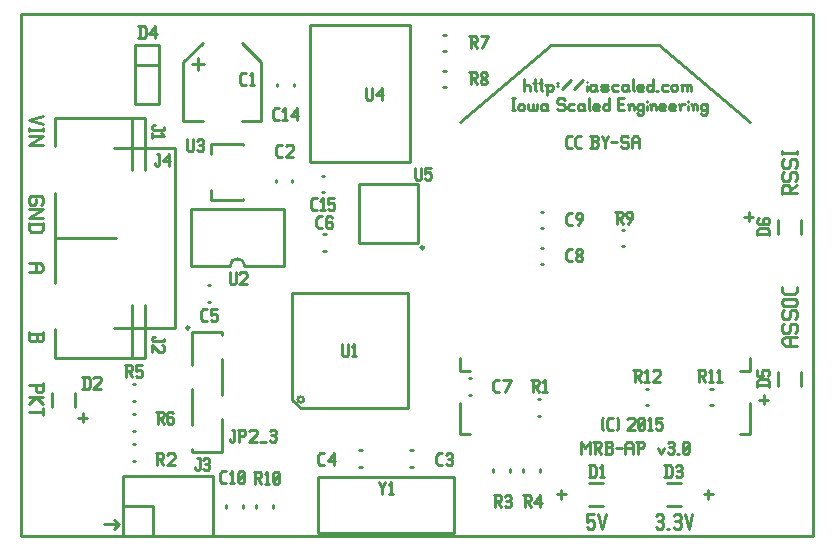
<source format=gbr>
G04 start of page 8 for group -4079 idx -4079 *
G04 Title: (unknown), topsilk *
G04 Creator: pcb 20110918 *
G04 CreationDate: Mon 23 Feb 2015 09:14:10 PM GMT UTC *
G04 For: railfan *
G04 Format: Gerber/RS-274X *
G04 PCB-Dimensions: 265000 175000 *
G04 PCB-Coordinate-Origin: lower left *
%MOIN*%
%FSLAX25Y25*%
%LNTOPSILK*%
%ADD95C,0.0100*%
G54D95*X500Y500D02*X264500D01*
X180500Y16000D02*Y13000D01*
X179000Y14500D02*X182000D01*
X33000Y4500D02*X31500Y6000D01*
X33000Y4500D02*X31500Y3000D01*
X33000Y4500D02*X28000D01*
X21000Y41500D02*Y38500D01*
X19500Y40000D02*X22500D01*
X500Y174500D02*Y500D01*
X264500D02*Y174500D01*
X229500Y16000D02*Y13000D01*
X228000Y14500D02*X231000D01*
X243000Y108500D02*Y105500D01*
X264500Y174500D02*X500D01*
X241500Y107000D02*X244500D01*
X248000Y47500D02*Y44500D01*
X246500Y46000D02*X249500D01*
X254200Y116900D02*Y114500D01*
Y116900D02*X254800Y117500D01*
X256000D01*
X256600Y116900D02*X256000Y117500D01*
X256600Y116900D02*Y115100D01*
X254200D02*X259000D01*
X256600Y116060D02*X259000Y117500D01*
X254200Y121340D02*X254800Y121940D01*
X254200Y121340D02*Y119540D01*
X254800Y118940D02*X254200Y119540D01*
X254800Y118940D02*X256000D01*
X256600Y119540D01*
Y121340D02*Y119540D01*
Y121340D02*X257200Y121940D01*
X258400D01*
X259000Y121340D02*X258400Y121940D01*
X259000Y121340D02*Y119540D01*
X258400Y118940D02*X259000Y119540D01*
X254200Y125780D02*X254800Y126380D01*
X254200Y125780D02*Y123980D01*
X254800Y123380D02*X254200Y123980D01*
X254800Y123380D02*X256000D01*
X256600Y123980D01*
Y125780D02*Y123980D01*
Y125780D02*X257200Y126380D01*
X258400D01*
X259000Y125780D02*X258400Y126380D01*
X259000Y125780D02*Y123980D01*
X258400Y123380D02*X259000Y123980D01*
X254200Y129020D02*Y127820D01*
Y128420D02*X259000D01*
Y129020D02*Y127820D01*
X164000Y146500D02*X165000D01*
X164500D02*Y142500D01*
X164000D02*X165000D01*
X166200Y144000D02*Y143000D01*
Y144000D02*X166700Y144500D01*
X167700D01*
X168200Y144000D01*
Y143000D01*
X167700Y142500D02*X168200Y143000D01*
X166700Y142500D02*X167700D01*
X166200Y143000D02*X166700Y142500D01*
X169400Y144500D02*Y143000D01*
X169900Y142500D01*
X170400D01*
X170900Y143000D01*
Y144500D02*Y143000D01*
X171400Y142500D01*
X171900D01*
X172400Y143000D01*
Y144500D02*Y143000D01*
X175100Y144500D02*X175600Y144000D01*
X174100Y144500D02*X175100D01*
X173600Y144000D02*X174100Y144500D01*
X173600Y144000D02*Y143000D01*
X174100Y142500D01*
X175600Y144500D02*Y143000D01*
X176100Y142500D01*
X174100D02*X175100D01*
X175600Y143000D01*
X181100Y146500D02*X181600Y146000D01*
X179600Y146500D02*X181100D01*
X179100Y146000D02*X179600Y146500D01*
X179100Y146000D02*Y145000D01*
X179600Y144500D01*
X181100D01*
X181600Y144000D01*
Y143000D01*
X181100Y142500D02*X181600Y143000D01*
X179600Y142500D02*X181100D01*
X179100Y143000D02*X179600Y142500D01*
X183300Y144500D02*X184800D01*
X182800Y144000D02*X183300Y144500D01*
X182800Y144000D02*Y143000D01*
X183300Y142500D01*
X184800D01*
X187500Y144500D02*X188000Y144000D01*
X186500Y144500D02*X187500D01*
X186000Y144000D02*X186500Y144500D01*
X186000Y144000D02*Y143000D01*
X186500Y142500D01*
X188000Y144500D02*Y143000D01*
X188500Y142500D01*
X186500D02*X187500D01*
X188000Y143000D01*
X189700Y146500D02*Y143000D01*
X190200Y142500D01*
X191700D02*X193200D01*
X191200Y143000D02*X191700Y142500D01*
X191200Y144000D02*Y143000D01*
Y144000D02*X191700Y144500D01*
X192700D01*
X193200Y144000D01*
X191200Y143500D02*X193200D01*
Y144000D02*Y143500D01*
X196400Y146500D02*Y142500D01*
X195900D02*X196400Y143000D01*
X194900Y142500D02*X195900D01*
X194400Y143000D02*X194900Y142500D01*
X194400Y144000D02*Y143000D01*
Y144000D02*X194900Y144500D01*
X195900D01*
X196400Y144000D01*
X199400Y144700D02*X200900D01*
X199400Y142500D02*X201400D01*
X199400Y146500D02*Y142500D01*
Y146500D02*X201400D01*
X203100Y144000D02*Y142500D01*
Y144000D02*X203600Y144500D01*
X204100D01*
X204600Y144000D01*
Y142500D01*
X202600Y144500D02*X203100Y144000D01*
X207300Y144500D02*X207800Y144000D01*
X206300Y144500D02*X207300D01*
X205800Y144000D02*X206300Y144500D01*
X205800Y144000D02*Y143000D01*
X206300Y142500D01*
X207300D01*
X207800Y143000D01*
X205800Y141500D02*X206300Y141000D01*
X207300D01*
X207800Y141500D01*
Y144500D02*Y141500D01*
X209000Y145500D02*Y145400D01*
Y144000D02*Y142500D01*
X210500Y144000D02*Y142500D01*
Y144000D02*X211000Y144500D01*
X211500D01*
X212000Y144000D01*
Y142500D01*
X210000Y144500D02*X210500Y144000D01*
X213700Y142500D02*X215200D01*
X213200Y143000D02*X213700Y142500D01*
X213200Y144000D02*Y143000D01*
Y144000D02*X213700Y144500D01*
X214700D01*
X215200Y144000D01*
X213200Y143500D02*X215200D01*
Y144000D02*Y143500D01*
X216900Y142500D02*X218400D01*
X216400Y143000D02*X216900Y142500D01*
X216400Y144000D02*Y143000D01*
Y144000D02*X216900Y144500D01*
X217900D01*
X218400Y144000D01*
X216400Y143500D02*X218400D01*
Y144000D02*Y143500D01*
X220100Y144000D02*Y142500D01*
Y144000D02*X220600Y144500D01*
X221600D01*
X219600D02*X220100Y144000D01*
X222800Y145500D02*Y145400D01*
Y144000D02*Y142500D01*
X224300Y144000D02*Y142500D01*
Y144000D02*X224800Y144500D01*
X225300D01*
X225800Y144000D01*
Y142500D01*
X223800Y144500D02*X224300Y144000D01*
X228500Y144500D02*X229000Y144000D01*
X227500Y144500D02*X228500D01*
X227000Y144000D02*X227500Y144500D01*
X227000Y144000D02*Y143000D01*
X227500Y142500D01*
X228500D01*
X229000Y143000D01*
X227000Y141500D02*X227500Y141000D01*
X228500D01*
X229000Y141500D01*
Y144500D02*Y141500D01*
X182700Y130000D02*X184000D01*
X182000Y130700D02*X182700Y130000D01*
X182000Y133300D02*Y130700D01*
Y133300D02*X182700Y134000D01*
X184000D01*
X185900Y130000D02*X187200D01*
X185200Y130700D02*X185900Y130000D01*
X185200Y133300D02*Y130700D01*
Y133300D02*X185900Y134000D01*
X187200D01*
X190200Y130000D02*X192200D01*
X192700Y130500D01*
Y131700D02*Y130500D01*
X192200Y132200D02*X192700Y131700D01*
X190700Y132200D02*X192200D01*
X190700Y134000D02*Y130000D01*
X190200Y134000D02*X192200D01*
X192700Y133500D01*
Y132700D01*
X192200Y132200D02*X192700Y132700D01*
X193900Y134000D02*X194900Y132000D01*
X195900Y134000D01*
X194900Y132000D02*Y130000D01*
X197100Y132000D02*X199100D01*
X202300Y134000D02*X202800Y133500D01*
X200800Y134000D02*X202300D01*
X200300Y133500D02*X200800Y134000D01*
X200300Y133500D02*Y132500D01*
X200800Y132000D01*
X202300D01*
X202800Y131500D01*
Y130500D01*
X202300Y130000D02*X202800Y130500D01*
X200800Y130000D02*X202300D01*
X200300Y130500D02*X200800Y130000D01*
X204000Y133000D02*Y130000D01*
Y133000D02*X204700Y134000D01*
X205800D01*
X206500Y133000D01*
Y130000D01*
X204000Y132000D02*X206500D01*
X3000Y50900D02*X7800D01*
Y51500D02*Y49100D01*
X7200Y48500D01*
X6000D02*X7200D01*
X5400Y49100D02*X6000Y48500D01*
X5400Y50900D02*Y49100D01*
X3000Y47060D02*X7800D01*
X5400D02*X7800Y44660D01*
X5400Y47060D02*X3000Y44660D01*
X7800Y43220D02*Y40820D01*
X3000Y42020D02*X7800D01*
X3000Y68500D02*Y66100D01*
X3600Y65500D01*
X5040D01*
X5640Y66100D02*X5040Y65500D01*
X5640Y67900D02*Y66100D01*
X3000Y67900D02*X7800D01*
Y68500D02*Y66100D01*
X7200Y65500D01*
X6240D02*X7200D01*
X5640Y66100D02*X6240Y65500D01*
X255400Y64000D02*X259000D01*
X255400D02*X254200Y64840D01*
Y66160D02*Y64840D01*
Y66160D02*X255400Y67000D01*
X259000D01*
X256600D02*Y64000D01*
X254200Y70840D02*X254800Y71440D01*
X254200Y70840D02*Y69040D01*
X254800Y68440D02*X254200Y69040D01*
X254800Y68440D02*X256000D01*
X256600Y69040D01*
Y70840D02*Y69040D01*
Y70840D02*X257200Y71440D01*
X258400D01*
X259000Y70840D02*X258400Y71440D01*
X259000Y70840D02*Y69040D01*
X258400Y68440D02*X259000Y69040D01*
X254200Y75280D02*X254800Y75880D01*
X254200Y75280D02*Y73480D01*
X254800Y72880D02*X254200Y73480D01*
X254800Y72880D02*X256000D01*
X256600Y73480D01*
Y75280D02*Y73480D01*
Y75280D02*X257200Y75880D01*
X258400D01*
X259000Y75280D02*X258400Y75880D01*
X259000Y75280D02*Y73480D01*
X258400Y72880D02*X259000Y73480D01*
X254800Y77320D02*X258400D01*
X254800D02*X254200Y77920D01*
Y79120D02*Y77920D01*
Y79120D02*X254800Y79720D01*
X258400D01*
X259000Y79120D02*X258400Y79720D01*
X259000Y79120D02*Y77920D01*
X258400Y77320D02*X259000Y77920D01*
Y83560D02*Y82000D01*
X258160Y81160D02*X259000Y82000D01*
X255040Y81160D02*X258160D01*
X255040D02*X254200Y82000D01*
Y83560D02*Y82000D01*
X189000Y7800D02*X191400D01*
X189000D02*Y5400D01*
X189600Y6000D01*
X190800D01*
X191400Y5400D01*
Y3600D01*
X190800Y3000D02*X191400Y3600D01*
X189600Y3000D02*X190800D01*
X189000Y3600D02*X189600Y3000D01*
X192840Y7800D02*X194040Y3000D01*
X195240Y7800D01*
X212000Y7200D02*X212600Y7800D01*
X213800D01*
X214400Y7200D01*
X213800Y3000D02*X214400Y3600D01*
X212600Y3000D02*X213800D01*
X212000Y3600D02*X212600Y3000D01*
Y5640D02*X213800D01*
X214400Y7200D02*Y6240D01*
Y5040D02*Y3600D01*
Y5040D02*X213800Y5640D01*
X214400Y6240D02*X213800Y5640D01*
X215840Y3000D02*X216440D01*
X217880Y7200D02*X218480Y7800D01*
X219680D01*
X220280Y7200D01*
X219680Y3000D02*X220280Y3600D01*
X218480Y3000D02*X219680D01*
X217880Y3600D02*X218480Y3000D01*
Y5640D02*X219680D01*
X220280Y7200D02*Y6240D01*
Y5040D02*Y3600D01*
Y5040D02*X219680Y5640D01*
X220280Y6240D02*X219680Y5640D01*
X221720Y7800D02*X222920Y3000D01*
X224120Y7800D01*
X187000Y32000D02*Y28000D01*
Y32000D02*X188500Y30000D01*
X190000Y32000D01*
Y28000D01*
X191200Y32000D02*X193200D01*
X193700Y31500D01*
Y30500D01*
X193200Y30000D02*X193700Y30500D01*
X191700Y30000D02*X193200D01*
X191700Y32000D02*Y28000D01*
X192500Y30000D02*X193700Y28000D01*
X194900D02*X196900D01*
X197400Y28500D01*
Y29700D02*Y28500D01*
X196900Y30200D02*X197400Y29700D01*
X195400Y30200D02*X196900D01*
X195400Y32000D02*Y28000D01*
X194900Y32000D02*X196900D01*
X197400Y31500D01*
Y30700D01*
X196900Y30200D02*X197400Y30700D01*
X198600Y30000D02*X200600D01*
X201800Y31000D02*Y28000D01*
Y31000D02*X202500Y32000D01*
X203600D01*
X204300Y31000D01*
Y28000D01*
X201800Y30000D02*X204300D01*
X206000Y32000D02*Y28000D01*
X205500Y32000D02*X207500D01*
X208000Y31500D01*
Y30500D01*
X207500Y30000D02*X208000Y30500D01*
X206000Y30000D02*X207500D01*
X212800D02*X213800Y28000D01*
X214800Y30000D02*X213800Y28000D01*
X216000Y31500D02*X216500Y32000D01*
X217500D01*
X218000Y31500D01*
X217500Y28000D02*X218000Y28500D01*
X216500Y28000D02*X217500D01*
X216000Y28500D02*X216500Y28000D01*
Y30200D02*X217500D01*
X218000Y31500D02*Y30700D01*
Y29700D02*Y28500D01*
Y29700D02*X217500Y30200D01*
X218000Y30700D02*X217500Y30200D01*
X219200Y28000D02*X219700D01*
X220900Y28500D02*X221400Y28000D01*
X220900Y31500D02*Y28500D01*
Y31500D02*X221400Y32000D01*
X222400D01*
X222900Y31500D01*
Y28500D01*
X222400Y28000D02*X222900Y28500D01*
X221400Y28000D02*X222400D01*
X220900Y29000D02*X222900Y31000D01*
X194000Y36500D02*X194500Y36000D01*
X194000Y39500D02*X194500Y40000D01*
X194000Y39500D02*Y36500D01*
X196400Y36000D02*X197700D01*
X195700Y36700D02*X196400Y36000D01*
X195700Y39300D02*Y36700D01*
Y39300D02*X196400Y40000D01*
X197700D01*
X198900D02*X199400Y39500D01*
Y36500D01*
X198900Y36000D02*X199400Y36500D01*
X202400Y39500D02*X202900Y40000D01*
X204400D01*
X204900Y39500D01*
Y38500D01*
X202400Y36000D02*X204900Y38500D01*
X202400Y36000D02*X204900D01*
X206100Y36500D02*X206600Y36000D01*
X206100Y39500D02*Y36500D01*
Y39500D02*X206600Y40000D01*
X207600D01*
X208100Y39500D01*
Y36500D01*
X207600Y36000D02*X208100Y36500D01*
X206600Y36000D02*X207600D01*
X206100Y37000D02*X208100Y39000D01*
X209300Y39200D02*X210100Y40000D01*
Y36000D01*
X209300D02*X210800D01*
X212000Y40000D02*X214000D01*
X212000D02*Y38000D01*
X212500Y38500D01*
X213500D01*
X214000Y38000D01*
Y36500D01*
X213500Y36000D02*X214000Y36500D01*
X212500Y36000D02*X213500D01*
X212000Y36500D02*X212500Y36000D01*
X168000Y153000D02*Y149000D01*
Y150500D02*X168500Y151000D01*
X169500D01*
X170000Y150500D01*
Y149000D01*
X171700Y153000D02*Y149500D01*
X172200Y149000D01*
X171200Y151500D02*X172200D01*
X173700Y153000D02*Y149500D01*
X174200Y149000D01*
X173200Y151500D02*X174200D01*
X175700Y150500D02*Y147500D01*
X175200Y151000D02*X175700Y150500D01*
X176200Y151000D01*
X177200D01*
X177700Y150500D01*
Y149500D01*
X177200Y149000D02*X177700Y149500D01*
X176200Y149000D02*X177200D01*
X175700Y149500D02*X176200Y149000D01*
X178900Y151500D02*X179400D01*
X178900Y150500D02*X179400D01*
X180600Y149500D02*X183600Y152500D01*
X184800Y149500D02*X187800Y152500D01*
X189000Y152000D02*Y151900D01*
Y150500D02*Y149000D01*
X191500Y151000D02*X192000Y150500D01*
X190500Y151000D02*X191500D01*
X190000Y150500D02*X190500Y151000D01*
X190000Y150500D02*Y149500D01*
X190500Y149000D01*
X192000Y151000D02*Y149500D01*
X192500Y149000D01*
X190500D02*X191500D01*
X192000Y149500D01*
X194200Y149000D02*X195700D01*
X196200Y149500D01*
X195700Y150000D02*X196200Y149500D01*
X194200Y150000D02*X195700D01*
X193700Y150500D02*X194200Y150000D01*
X193700Y150500D02*X194200Y151000D01*
X195700D01*
X196200Y150500D01*
X193700Y149500D02*X194200Y149000D01*
X197900Y151000D02*X199400D01*
X197400Y150500D02*X197900Y151000D01*
X197400Y150500D02*Y149500D01*
X197900Y149000D01*
X199400D01*
X202100Y151000D02*X202600Y150500D01*
X201100Y151000D02*X202100D01*
X200600Y150500D02*X201100Y151000D01*
X200600Y150500D02*Y149500D01*
X201100Y149000D01*
X202600Y151000D02*Y149500D01*
X203100Y149000D01*
X201100D02*X202100D01*
X202600Y149500D01*
X204300Y153000D02*Y149500D01*
X204800Y149000D01*
X206300D02*X207800D01*
X205800Y149500D02*X206300Y149000D01*
X205800Y150500D02*Y149500D01*
Y150500D02*X206300Y151000D01*
X207300D01*
X207800Y150500D01*
X205800Y150000D02*X207800D01*
Y150500D02*Y150000D01*
X211000Y153000D02*Y149000D01*
X210500D02*X211000Y149500D01*
X209500Y149000D02*X210500D01*
X209000Y149500D02*X209500Y149000D01*
X209000Y150500D02*Y149500D01*
Y150500D02*X209500Y151000D01*
X210500D01*
X211000Y150500D01*
X212200Y149000D02*X212700D01*
X214400Y151000D02*X215900D01*
X213900Y150500D02*X214400Y151000D01*
X213900Y150500D02*Y149500D01*
X214400Y149000D01*
X215900D01*
X217100Y150500D02*Y149500D01*
Y150500D02*X217600Y151000D01*
X218600D01*
X219100Y150500D01*
Y149500D01*
X218600Y149000D02*X219100Y149500D01*
X217600Y149000D02*X218600D01*
X217100Y149500D02*X217600Y149000D01*
X220800Y150500D02*Y149000D01*
Y150500D02*X221300Y151000D01*
X221800D01*
X222300Y150500D01*
Y149000D01*
Y150500D02*X222800Y151000D01*
X223300D01*
X223800Y150500D01*
Y149000D01*
X220300Y151000D02*X220800Y150500D01*
X7800Y140500D02*X3000Y139300D01*
X7800Y138100D01*
Y136660D02*Y135460D01*
X3000Y136060D02*X7800D01*
X3000Y136660D02*Y135460D01*
Y134020D02*X7800D01*
X3000Y131020D01*
X7800D01*
Y111600D02*X7200Y111000D01*
X7800Y113400D02*Y111600D01*
X7200Y114000D02*X7800Y113400D01*
X3600Y114000D02*X7200D01*
X3600D02*X3000Y113400D01*
Y111600D01*
X3600Y111000D01*
X4800D01*
X5400Y111600D02*X4800Y111000D01*
X5400Y112800D02*Y111600D01*
X3000Y109560D02*X7800D01*
X3000Y106560D01*
X7800D01*
X3000Y104520D02*X7800D01*
Y102960D02*X6960Y102120D01*
X3840D02*X6960D01*
X3000Y102960D02*X3840Y102120D01*
X3000Y105120D02*Y102960D01*
X7800Y105120D02*Y102960D01*
X3000Y91500D02*X6600D01*
X7800Y90660D01*
Y89340D01*
X6600Y88500D01*
X3000D02*X6600D01*
X5400Y91500D02*Y88500D01*
X96626Y170835D02*Y125165D01*
X130090Y170835D02*Y125165D01*
X96626Y170835D02*X130090D01*
X96626Y125165D02*X130090D01*
X38500Y164300D02*Y144600D01*
X46500Y164300D02*Y144600D01*
X38500Y164300D02*X46500D01*
X38500Y144600D02*X46500D01*
X38500Y157500D02*X46500D01*
X54508Y139008D02*X61004D01*
X73996D02*X80492D01*
Y158496D02*Y139008D01*
X54508Y158496D02*Y139008D01*
X80492Y158496D02*X73996Y164992D01*
X54508Y158496D02*X61004Y164992D01*
X57500Y158000D02*X61500D01*
X59500Y160000D02*Y156000D01*
X11700Y115000D02*Y100000D01*
Y140000D02*Y130500D01*
X41700Y140000D02*Y122500D01*
X37300Y140000D02*Y122500D01*
X11700Y140000D02*X41700D01*
X11700Y100000D02*X32000D01*
X101107Y101255D02*X101893D01*
X101107Y95745D02*X101893D01*
X90715Y81785D02*Y46115D01*
Y81785D02*X129285D01*
Y43215D01*
X93615D02*X129285D01*
X93615D02*X90715Y46115D01*
X93615Y45115D02*G75*G03X93615Y45115I0J1000D01*G01*
X112948Y98220D02*X132634D01*
X112948Y117906D02*Y98220D01*
Y117906D02*X132634D01*
Y98220D01*
X134634Y96720D02*G75*G03X134634Y96720I-500J0D01*G01*
X91255Y151393D02*Y150607D01*
X85745Y151393D02*Y150607D01*
X100607Y115245D02*X101393D01*
X100607Y120755D02*X101393D01*
X85245Y119393D02*Y118607D01*
X90755Y119393D02*Y118607D01*
X37607Y45745D02*X38393D01*
X37607Y51255D02*X38393D01*
X18240Y48362D02*Y43638D01*
X10760Y48362D02*Y43638D01*
X99362Y1650D02*X144638D01*
X99362Y20350D02*Y1650D01*
Y20350D02*X144638D01*
Y1650D01*
X130107Y23745D02*X130893D01*
X130107Y29255D02*X130893D01*
X113107D02*X113893D01*
X113107Y23745D02*X113893D01*
X146693Y60000D02*Y55650D01*
X243307Y60000D02*Y55650D01*
X146693D02*X150000D01*
X243307D02*X240000D01*
X146693Y138642D02*X176890Y164351D01*
X243307Y138642D02*X213110Y164351D01*
X176890D02*X213110D01*
X146693Y34650D02*X150000D01*
X146693D02*Y45000D01*
X243307Y34650D02*X240000D01*
X243307D02*Y45000D01*
X173607Y108755D02*X174393D01*
X173607Y103245D02*X174393D01*
X173607Y96755D02*X174393D01*
X173607Y91245D02*X174393D01*
X172607Y40745D02*X173393D01*
X172607Y46255D02*X173393D01*
X200607Y97245D02*X201393D01*
X200607Y102755D02*X201393D01*
X252760Y105862D02*Y101138D01*
X260240Y105862D02*Y101138D01*
Y55362D02*Y50638D01*
X252760Y55362D02*Y50638D01*
X141107Y162245D02*X141893D01*
X141107Y167755D02*X141893D01*
X141107Y155755D02*X141893D01*
X141107Y150245D02*X141893D01*
X88000Y109500D02*Y90500D01*
X57000Y109500D02*X88000D01*
X57000D02*Y90500D01*
X75000D02*X88000D01*
X57000D02*X70000D01*
X75000D02*G75*G03X70000Y90500I-2500J0D01*G01*
X63771Y112750D02*X74401D01*
X63771Y131250D02*X74401D01*
X63771Y116000D02*Y112750D01*
Y131250D02*Y128000D01*
X74401Y112929D02*Y112750D01*
Y131250D02*Y131071D01*
X31500Y70000D02*X51800D01*
X31500Y130000D02*X51800D01*
Y70000D01*
X34500Y500D02*X64500D01*
Y20500D02*Y500D01*
X34500Y20500D02*X64500D01*
X34500D02*Y500D01*
X44500Y10500D02*Y500D01*
X34500Y10500D02*X44500D01*
X37607Y31255D02*X38393D01*
X37607Y25745D02*X38393D01*
X68745Y10893D02*Y10107D01*
X74255Y10893D02*Y10107D01*
X78745Y10893D02*Y10107D01*
X84255Y10893D02*Y10107D01*
X57500Y68500D02*X67500D01*
Y28500D02*X57500D01*
X67500Y68500D02*Y67500D01*
Y59500D02*Y47500D01*
Y39500D02*Y28500D01*
X57500D02*Y29500D01*
Y37500D02*Y49500D01*
Y57500D02*Y68500D01*
X55500Y70000D02*G75*G03X55500Y70000I500J0D01*G01*
X11700Y100000D02*Y85000D01*
Y69500D02*Y60000D01*
X41700Y77500D02*Y60000D01*
X37300Y77500D02*Y60000D01*
X11700D02*X41700D01*
X11700Y100000D02*X32000D01*
X62607Y78745D02*X63393D01*
X62607Y84255D02*X63393D01*
X37607Y35745D02*X38393D01*
X37607Y41255D02*X38393D01*
X208607Y44245D02*X209393D01*
X208607Y49755D02*X209393D01*
X230107D02*X230893D01*
X230107Y44245D02*X230893D01*
X149607Y53255D02*X150393D01*
X149607Y47745D02*X150393D01*
X167745Y22893D02*Y22107D01*
X173255Y22893D02*Y22107D01*
X163255Y22893D02*Y22107D01*
X157745Y22893D02*Y22107D01*
X189638Y10760D02*X194362D01*
X189638Y18240D02*X194362D01*
X215638D02*X220362D01*
X215638Y10760D02*X220362D01*
X115500Y150000D02*Y146500D01*
X116000Y146000D01*
X117000D01*
X117500Y146500D01*
Y150000D02*Y146500D01*
X118700Y147500D02*X120700Y150000D01*
X118700Y147500D02*X121200D01*
X120700Y150000D02*Y146000D01*
X40000Y170500D02*Y166500D01*
X41300Y170500D02*X42000Y169800D01*
Y167200D01*
X41300Y166500D02*X42000Y167200D01*
X39500Y166500D02*X41300D01*
X39500Y170500D02*X41300D01*
X43200Y168000D02*X45200Y170500D01*
X43200Y168000D02*X45700D01*
X45200Y170500D02*Y166500D01*
X74200Y151000D02*X75500D01*
X73500Y151700D02*X74200Y151000D01*
X73500Y154300D02*Y151700D01*
Y154300D02*X74200Y155000D01*
X75500D01*
X76700Y154200D02*X77500Y155000D01*
Y151000D01*
X76700D02*X78200D01*
X55842Y132911D02*Y129411D01*
X56342Y128911D01*
X57342D01*
X57842Y129411D01*
Y132911D02*Y129411D01*
X59042Y132411D02*X59542Y132911D01*
X60542D01*
X61042Y132411D01*
X60542Y128911D02*X61042Y129411D01*
X59542Y128911D02*X60542D01*
X59042Y129411D02*X59542Y128911D01*
Y131111D02*X60542D01*
X61042Y132411D02*Y131611D01*
Y130611D02*Y129411D01*
Y130611D02*X60542Y131111D01*
X61042Y131611D02*X60542Y131111D01*
X48000Y136800D02*Y136000D01*
X44500D02*X48000D01*
X44000Y136500D02*X44500Y136000D01*
X44000Y137000D02*Y136500D01*
X44500Y137500D02*X44000Y137000D01*
X44500Y137500D02*X45000D01*
X47200Y134800D02*X48000Y134000D01*
X44000D02*X48000D01*
X44000Y134800D02*Y133300D01*
X45700Y128000D02*X46500D01*
Y124500D01*
X46000Y124000D02*X46500Y124500D01*
X45500Y124000D02*X46000D01*
X45000Y124500D02*X45500Y124000D01*
X45000Y125000D02*Y124500D01*
X47700Y125500D02*X49700Y128000D01*
X47700Y125500D02*X50200D01*
X49700Y128000D02*Y124000D01*
X85007Y139150D02*X86307D01*
X84307Y139850D02*X85007Y139150D01*
X84307Y142450D02*Y139850D01*
Y142450D02*X85007Y143150D01*
X86307D01*
X87507Y142350D02*X88307Y143150D01*
Y139150D01*
X87507D02*X89007D01*
X90207Y140650D02*X92207Y143150D01*
X90207Y140650D02*X92707D01*
X92207Y143150D02*Y139150D01*
X86093Y127107D02*X87393D01*
X85393Y127807D02*X86093Y127107D01*
X85393Y130407D02*Y127807D01*
Y130407D02*X86093Y131107D01*
X87393D01*
X88593Y130607D02*X89093Y131107D01*
X90593D01*
X91093Y130607D01*
Y129607D01*
X88593Y127107D02*X91093Y129607D01*
X88593Y127107D02*X91093D01*
X99550Y103150D02*X100850D01*
X98850Y103850D02*X99550Y103150D01*
X98850Y106450D02*Y103850D01*
Y106450D02*X99550Y107150D01*
X100850D01*
X103550D02*X104050Y106650D01*
X102550Y107150D02*X103550D01*
X102050Y106650D02*X102550Y107150D01*
X102050Y106650D02*Y103650D01*
X102550Y103150D01*
X103550Y105350D02*X104050Y104850D01*
X102050Y105350D02*X103550D01*
X102550Y103150D02*X103550D01*
X104050Y103650D01*
Y104850D02*Y103650D01*
X107500Y64500D02*Y61000D01*
X108000Y60500D01*
X109000D01*
X109500Y61000D01*
Y64500D02*Y61000D01*
X110700Y63700D02*X111500Y64500D01*
Y60500D01*
X110700D02*X112200D01*
X131709Y123437D02*Y119937D01*
X132209Y119437D01*
X133209D01*
X133709Y119937D01*
Y123437D02*Y119937D01*
X134909Y123437D02*X136909D01*
X134909D02*Y121437D01*
X135409Y121937D01*
X136409D01*
X136909Y121437D01*
Y119937D01*
X136409Y119437D02*X136909Y119937D01*
X135409Y119437D02*X136409D01*
X134909Y119937D02*X135409Y119437D01*
X182878Y104150D02*X184178D01*
X182178Y104850D02*X182878Y104150D01*
X182178Y107450D02*Y104850D01*
Y107450D02*X182878Y108150D01*
X184178D01*
X185878Y104150D02*X187378Y106150D01*
Y107650D02*Y106150D01*
X186878Y108150D02*X187378Y107650D01*
X185878Y108150D02*X186878D01*
X185378Y107650D02*X185878Y108150D01*
X185378Y107650D02*Y106650D01*
X185878Y106150D01*
X187378D01*
X182878Y92150D02*X184178D01*
X182178Y92850D02*X182878Y92150D01*
X182178Y95450D02*Y92850D01*
Y95450D02*X182878Y96150D01*
X184178D01*
X185378Y92650D02*X185878Y92150D01*
X185378Y93450D02*Y92650D01*
Y93450D02*X186078Y94150D01*
X186678D01*
X187378Y93450D01*
Y92650D01*
X186878Y92150D02*X187378Y92650D01*
X185878Y92150D02*X186878D01*
X185378Y94850D02*X186078Y94150D01*
X185378Y95650D02*Y94850D01*
Y95650D02*X185878Y96150D01*
X186878D01*
X187378Y95650D01*
Y94850D01*
X186678Y94150D02*X187378Y94850D01*
X149850Y167150D02*X151850D01*
X152350Y166650D01*
Y165650D01*
X151850Y165150D02*X152350Y165650D01*
X150350Y165150D02*X151850D01*
X150350Y167150D02*Y163150D01*
X151150Y165150D02*X152350Y163150D01*
X154050D02*X156050Y167150D01*
X153550D02*X156050D01*
X149850Y155150D02*X151850D01*
X152350Y154650D01*
Y153650D01*
X151850Y153150D02*X152350Y153650D01*
X150350Y153150D02*X151850D01*
X150350Y155150D02*Y151150D01*
X151150Y153150D02*X152350Y151150D01*
X153550Y151650D02*X154050Y151150D01*
X153550Y152450D02*Y151650D01*
Y152450D02*X154250Y153150D01*
X154850D01*
X155550Y152450D01*
Y151650D01*
X155050Y151150D02*X155550Y151650D01*
X154050Y151150D02*X155050D01*
X153550Y153850D02*X154250Y153150D01*
X153550Y154650D02*Y153850D01*
Y154650D02*X154050Y155150D01*
X155050D01*
X155550Y154650D01*
Y153850D01*
X154850Y153150D02*X155550Y153850D01*
X245850Y101350D02*X249850D01*
X245850Y102650D02*X246550Y103350D01*
X249150D01*
X249850Y102650D02*X249150Y103350D01*
X249850Y102650D02*Y100850D01*
X245850Y102650D02*Y100850D01*
Y106050D02*X246350Y106550D01*
X245850Y106050D02*Y105050D01*
X246350Y104550D02*X245850Y105050D01*
X246350Y104550D02*X249350D01*
X249850Y105050D01*
X247650Y106050D02*X248150Y106550D01*
X247650Y106050D02*Y104550D01*
X249850Y106050D02*Y105050D01*
Y106050D02*X249350Y106550D01*
X248150D02*X249350D01*
X204500Y56000D02*X206500D01*
X207000Y55500D01*
Y54500D01*
X206500Y54000D02*X207000Y54500D01*
X205000Y54000D02*X206500D01*
X205000Y56000D02*Y52000D01*
X205800Y54000D02*X207000Y52000D01*
X208200Y55200D02*X209000Y56000D01*
Y52000D01*
X208200D02*X209700D01*
X210900Y55500D02*X211400Y56000D01*
X212900D01*
X213400Y55500D01*
Y54500D01*
X210900Y52000D02*X213400Y54500D01*
X210900Y52000D02*X213400D01*
X226000Y56000D02*X228000D01*
X228500Y55500D01*
Y54500D01*
X228000Y54000D02*X228500Y54500D01*
X226500Y54000D02*X228000D01*
X226500Y56000D02*Y52000D01*
X227300Y54000D02*X228500Y52000D01*
X229700Y55200D02*X230500Y56000D01*
Y52000D01*
X229700D02*X231200D01*
X232400Y55200D02*X233200Y56000D01*
Y52000D01*
X232400D02*X233900D01*
X158550Y48650D02*X159850D01*
X157850Y49350D02*X158550Y48650D01*
X157850Y51950D02*Y49350D01*
Y51950D02*X158550Y52650D01*
X159850D01*
X161550Y48650D02*X163550Y52650D01*
X161050D02*X163550D01*
X245850Y50850D02*X249850D01*
X245850Y52150D02*X246550Y52850D01*
X249150D01*
X249850Y52150D02*X249150Y52850D01*
X249850Y52150D02*Y50350D01*
X245850Y52150D02*Y50350D01*
Y56050D02*Y54050D01*
X247850D01*
X247350Y54550D01*
Y55550D02*Y54550D01*
Y55550D02*X247850Y56050D01*
X249350D01*
X249850Y55550D02*X249350Y56050D01*
X249850Y55550D02*Y54550D01*
X249350Y54050D02*X249850Y54550D01*
X170393Y52650D02*X172393D01*
X172893Y52150D01*
Y51150D01*
X172393Y50650D02*X172893Y51150D01*
X170893Y50650D02*X172393D01*
X170893Y52650D02*Y48650D01*
X171693Y50650D02*X172893Y48650D01*
X174093Y51850D02*X174893Y52650D01*
Y48650D01*
X174093D02*X175593D01*
X198436Y108650D02*X200436D01*
X200936Y108150D01*
Y107150D01*
X200436Y106650D02*X200936Y107150D01*
X198936Y106650D02*X200436D01*
X198936Y108650D02*Y104650D01*
X199736Y106650D02*X200936Y104650D01*
X202636D02*X204136Y106650D01*
Y108150D02*Y106650D01*
X203636Y108650D02*X204136Y108150D01*
X202636Y108650D02*X203636D01*
X202136Y108150D02*X202636Y108650D01*
X202136Y108150D02*Y107150D01*
X202636Y106650D01*
X204136D01*
X97636Y109236D02*X98936D01*
X96936Y109936D02*X97636Y109236D01*
X96936Y112536D02*Y109936D01*
Y112536D02*X97636Y113236D01*
X98936D01*
X100136Y112436D02*X100936Y113236D01*
Y109236D01*
X100136D02*X101636D01*
X102836Y113236D02*X104836D01*
X102836D02*Y111236D01*
X103336Y111736D01*
X104336D01*
X104836Y111236D01*
Y109736D01*
X104336Y109236D02*X104836Y109736D01*
X103336Y109236D02*X104336D01*
X102836Y109736D02*X103336Y109236D01*
X61050Y72150D02*X62350D01*
X60350Y72850D02*X61050Y72150D01*
X60350Y75450D02*Y72850D01*
Y75450D02*X61050Y76150D01*
X62350D01*
X63550D02*X65550D01*
X63550D02*Y74150D01*
X64050Y74650D01*
X65050D01*
X65550Y74150D01*
Y72650D01*
X65050Y72150D02*X65550Y72650D01*
X64050Y72150D02*X65050D01*
X63550Y72650D02*X64050Y72150D01*
X67507Y18150D02*X68807D01*
X66807Y18850D02*X67507Y18150D01*
X66807Y21450D02*Y18850D01*
Y21450D02*X67507Y22150D01*
X68807D01*
X70007Y21350D02*X70807Y22150D01*
Y18150D01*
X70007D02*X71507D01*
X72707Y18650D02*X73207Y18150D01*
X72707Y21650D02*Y18650D01*
Y21650D02*X73207Y22150D01*
X74207D01*
X74707Y21650D01*
Y18650D01*
X74207Y18150D02*X74707Y18650D01*
X73207Y18150D02*X74207D01*
X72707Y19150D02*X74707Y21150D01*
X78000Y22000D02*X80000D01*
X80500Y21500D01*
Y20500D01*
X80000Y20000D02*X80500Y20500D01*
X78500Y20000D02*X80000D01*
X78500Y22000D02*Y18000D01*
X79300Y20000D02*X80500Y18000D01*
X81700Y21200D02*X82500Y22000D01*
Y18000D01*
X81700D02*X83200D01*
X84400Y18500D02*X84900Y18000D01*
X84400Y21500D02*Y18500D01*
Y21500D02*X84900Y22000D01*
X85900D01*
X86400Y21500D01*
Y18500D01*
X85900Y18000D02*X86400Y18500D01*
X84900Y18000D02*X85900D01*
X84400Y19000D02*X86400Y21000D01*
X45500Y42000D02*X47500D01*
X48000Y41500D01*
Y40500D01*
X47500Y40000D02*X48000Y40500D01*
X46000Y40000D02*X47500D01*
X46000Y42000D02*Y38000D01*
X46800Y40000D02*X48000Y38000D01*
X50700Y42000D02*X51200Y41500D01*
X49700Y42000D02*X50700D01*
X49200Y41500D02*X49700Y42000D01*
X49200Y41500D02*Y38500D01*
X49700Y38000D01*
X50700Y40200D02*X51200Y39700D01*
X49200Y40200D02*X50700D01*
X49700Y38000D02*X50700D01*
X51200Y38500D01*
Y39700D02*Y38500D01*
X35000Y57500D02*X37000D01*
X37500Y57000D01*
Y56000D01*
X37000Y55500D02*X37500Y56000D01*
X35500Y55500D02*X37000D01*
X35500Y57500D02*Y53500D01*
X36300Y55500D02*X37500Y53500D01*
X38700Y57500D02*X40700D01*
X38700D02*Y55500D01*
X39200Y56000D01*
X40200D01*
X40700Y55500D01*
Y54000D01*
X40200Y53500D02*X40700Y54000D01*
X39200Y53500D02*X40200D01*
X38700Y54000D02*X39200Y53500D01*
X21264Y53650D02*Y49650D01*
X22564Y53650D02*X23264Y52950D01*
Y50350D01*
X22564Y49650D02*X23264Y50350D01*
X20764Y49650D02*X22564D01*
X20764Y53650D02*X22564D01*
X24464Y53150D02*X24964Y53650D01*
X26464D01*
X26964Y53150D01*
Y52150D01*
X24464Y49650D02*X26964Y52150D01*
X24464Y49650D02*X26964D01*
X45350Y28150D02*X47350D01*
X47850Y27650D01*
Y26650D01*
X47350Y26150D02*X47850Y26650D01*
X45850Y26150D02*X47350D01*
X45850Y28150D02*Y24150D01*
X46650Y26150D02*X47850Y24150D01*
X49050Y27650D02*X49550Y28150D01*
X51050D01*
X51550Y27650D01*
Y26650D01*
X49050Y24150D02*X51550Y26650D01*
X49050Y24150D02*X51550D01*
X70000Y88500D02*Y85000D01*
X70500Y84500D01*
X71500D01*
X72000Y85000D01*
Y88500D02*Y85000D01*
X73200Y88000D02*X73700Y88500D01*
X75200D01*
X75700Y88000D01*
Y87000D01*
X73200Y84500D02*X75700Y87000D01*
X73200Y84500D02*X75700D01*
X70700Y36000D02*X71500D01*
Y32500D01*
X71000Y32000D02*X71500Y32500D01*
X70500Y32000D02*X71000D01*
X70000Y32500D02*X70500Y32000D01*
X70000Y33000D02*Y32500D01*
X73200Y36000D02*Y32000D01*
X72700Y36000D02*X74700D01*
X75200Y35500D01*
Y34500D01*
X74700Y34000D02*X75200Y34500D01*
X73200Y34000D02*X74700D01*
X76400Y35500D02*X76900Y36000D01*
X78400D01*
X78900Y35500D01*
Y34500D01*
X76400Y32000D02*X78900Y34500D01*
X76400Y32000D02*X78900D01*
X80100D02*X82100D01*
X83300Y35500D02*X83800Y36000D01*
X84800D01*
X85300Y35500D01*
X84800Y32000D02*X85300Y32500D01*
X83800Y32000D02*X84800D01*
X83300Y32500D02*X83800Y32000D01*
Y34200D02*X84800D01*
X85300Y35500D02*Y34700D01*
Y33700D02*Y32500D01*
Y33700D02*X84800Y34200D01*
X85300Y34700D02*X84800Y34200D01*
X59200Y26500D02*X60000D01*
Y23000D01*
X59500Y22500D02*X60000Y23000D01*
X59000Y22500D02*X59500D01*
X58500Y23000D02*X59000Y22500D01*
X58500Y23500D02*Y23000D01*
X61200Y26000D02*X61700Y26500D01*
X62700D01*
X63200Y26000D01*
X62700Y22500D02*X63200Y23000D01*
X61700Y22500D02*X62700D01*
X61200Y23000D02*X61700Y22500D01*
Y24700D02*X62700D01*
X63200Y26000D02*Y25200D01*
Y24200D02*Y23000D01*
Y24200D02*X62700Y24700D01*
X63200Y25200D02*X62700Y24700D01*
X48000Y66300D02*Y65500D01*
X44500D02*X48000D01*
X44000Y66000D02*X44500Y65500D01*
X44000Y66500D02*Y66000D01*
X44500Y67000D02*X44000Y66500D01*
X44500Y67000D02*X45000D01*
X47500Y64300D02*X48000Y63800D01*
Y62300D01*
X47500Y61800D01*
X46500D02*X47500D01*
X44000Y64300D02*X46500Y61800D01*
X44000Y64300D02*Y61800D01*
X190040Y24150D02*Y20150D01*
X191340Y24150D02*X192040Y23450D01*
Y20850D01*
X191340Y20150D02*X192040Y20850D01*
X189540Y20150D02*X191340D01*
X189540Y24150D02*X191340D01*
X193240Y23350D02*X194040Y24150D01*
Y20150D01*
X193240D02*X194740D01*
X215350Y24150D02*Y20150D01*
X216650Y24150D02*X217350Y23450D01*
Y20850D01*
X216650Y20150D02*X217350Y20850D01*
X214850Y20150D02*X216650D01*
X214850Y24150D02*X216650D01*
X218550Y23650D02*X219050Y24150D01*
X220050D01*
X220550Y23650D01*
X220050Y20150D02*X220550Y20650D01*
X219050Y20150D02*X220050D01*
X218550Y20650D02*X219050Y20150D01*
Y22350D02*X220050D01*
X220550Y23650D02*Y22850D01*
Y21850D02*Y20650D01*
Y21850D02*X220050Y22350D01*
X220550Y22850D02*X220050Y22350D01*
X119783Y18500D02*X120783Y16500D01*
X121783Y18500D01*
X120783Y16500D02*Y14500D01*
X122983Y17700D02*X123783Y18500D01*
Y14500D01*
X122983D02*X124483D01*
X139550Y24150D02*X140850D01*
X138850Y24850D02*X139550Y24150D01*
X138850Y27450D02*Y24850D01*
Y27450D02*X139550Y28150D01*
X140850D01*
X142050Y27650D02*X142550Y28150D01*
X143550D01*
X144050Y27650D01*
X143550Y24150D02*X144050Y24650D01*
X142550Y24150D02*X143550D01*
X142050Y24650D02*X142550Y24150D01*
Y26350D02*X143550D01*
X144050Y27650D02*Y26850D01*
Y25850D02*Y24650D01*
Y25850D02*X143550Y26350D01*
X144050Y26850D02*X143550Y26350D01*
X100050Y24150D02*X101350D01*
X99350Y24850D02*X100050Y24150D01*
X99350Y27450D02*Y24850D01*
Y27450D02*X100050Y28150D01*
X101350D01*
X102550Y25650D02*X104550Y28150D01*
X102550Y25650D02*X105050D01*
X104550Y28150D02*Y24150D01*
X167764Y14150D02*X169764D01*
X170264Y13650D01*
Y12650D01*
X169764Y12150D02*X170264Y12650D01*
X168264Y12150D02*X169764D01*
X168264Y14150D02*Y10150D01*
X169064Y12150D02*X170264Y10150D01*
X171464Y11650D02*X173464Y14150D01*
X171464Y11650D02*X173964D01*
X173464Y14150D02*Y10150D01*
X157893Y14150D02*X159893D01*
X160393Y13650D01*
Y12650D01*
X159893Y12150D02*X160393Y12650D01*
X158393Y12150D02*X159893D01*
X158393Y14150D02*Y10150D01*
X159193Y12150D02*X160393Y10150D01*
X161593Y13650D02*X162093Y14150D01*
X163093D01*
X163593Y13650D01*
X163093Y10150D02*X163593Y10650D01*
X162093Y10150D02*X163093D01*
X161593Y10650D02*X162093Y10150D01*
Y12350D02*X163093D01*
X163593Y13650D02*Y12850D01*
Y11850D02*Y10650D01*
Y11850D02*X163093Y12350D01*
X163593Y12850D02*X163093Y12350D01*
M02*

</source>
